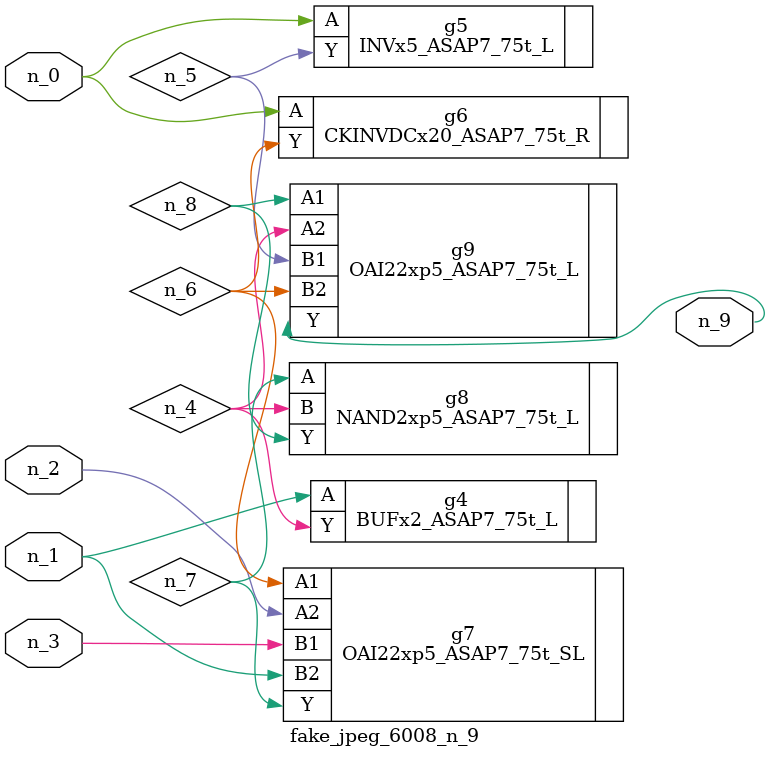
<source format=v>
module fake_jpeg_6008_n_9 (n_0, n_3, n_2, n_1, n_9);

input n_0;
input n_3;
input n_2;
input n_1;

output n_9;

wire n_4;
wire n_8;
wire n_6;
wire n_5;
wire n_7;

BUFx2_ASAP7_75t_L g4 ( 
.A(n_1),
.Y(n_4)
);

INVx5_ASAP7_75t_L g5 ( 
.A(n_0),
.Y(n_5)
);

CKINVDCx20_ASAP7_75t_R g6 ( 
.A(n_0),
.Y(n_6)
);

OAI22xp5_ASAP7_75t_SL g7 ( 
.A1(n_6),
.A2(n_2),
.B1(n_3),
.B2(n_1),
.Y(n_7)
);

NAND2xp5_ASAP7_75t_L g8 ( 
.A(n_7),
.B(n_4),
.Y(n_8)
);

OAI22xp5_ASAP7_75t_L g9 ( 
.A1(n_8),
.A2(n_4),
.B1(n_5),
.B2(n_6),
.Y(n_9)
);


endmodule
</source>
